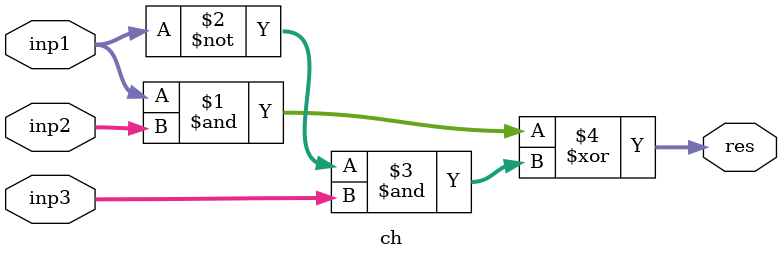
<source format=sv>
module ch
  ( 
    input  logic [31:0] inp1,
    input  logic [31:0] inp2,
    input  logic [31:0] inp3,
    output logic [31:0] res);
   
  assign res = (inp1 & inp2) ^ (~(inp1) & inp3);
 
endmodule

</source>
